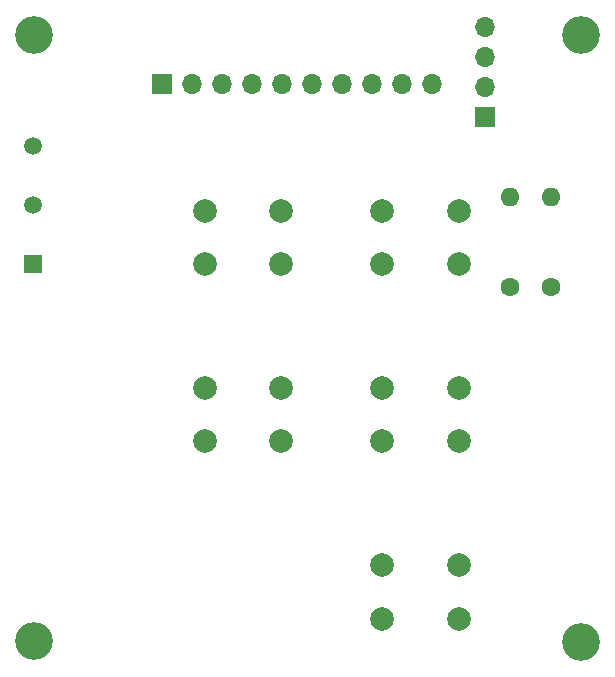
<source format=gbr>
%TF.GenerationSoftware,KiCad,Pcbnew,8.0.5*%
%TF.CreationDate,2024-11-14T11:30:09+01:00*%
%TF.ProjectId,LCD_PCB,4c43445f-5043-4422-9e6b-696361645f70,rev?*%
%TF.SameCoordinates,Original*%
%TF.FileFunction,Soldermask,Bot*%
%TF.FilePolarity,Negative*%
%FSLAX46Y46*%
G04 Gerber Fmt 4.6, Leading zero omitted, Abs format (unit mm)*
G04 Created by KiCad (PCBNEW 8.0.5) date 2024-11-14 11:30:09*
%MOMM*%
%LPD*%
G01*
G04 APERTURE LIST*
%ADD10C,2.000000*%
%ADD11C,1.600000*%
%ADD12O,1.600000X1.600000*%
%ADD13C,3.200000*%
%ADD14R,1.500000X1.500000*%
%ADD15C,1.500000*%
%ADD16R,1.700000X1.700000*%
%ADD17O,1.700000X1.700000*%
G04 APERTURE END LIST*
D10*
%TO.C,SW1*%
X123500000Y-81500000D03*
X130000000Y-81500000D03*
X123500000Y-86000000D03*
X130000000Y-86000000D03*
%TD*%
%TO.C,SW2*%
X123500000Y-51500000D03*
X130000000Y-51500000D03*
X123500000Y-56000000D03*
X130000000Y-56000000D03*
%TD*%
D11*
%TO.C,R1*%
X134340000Y-57900000D03*
D12*
X134340000Y-50280000D03*
%TD*%
D13*
%TO.C,H1*%
X94013351Y-36613351D03*
%TD*%
D11*
%TO.C,R2*%
X137800000Y-57910000D03*
D12*
X137800000Y-50290000D03*
%TD*%
D14*
%TO.C,RV1*%
X94000000Y-56000000D03*
D15*
X94000000Y-51000000D03*
X94000000Y-46000000D03*
%TD*%
D13*
%TO.C,H3*%
X94063351Y-87936649D03*
%TD*%
D10*
%TO.C,SW3*%
X123500000Y-66500000D03*
X130000000Y-66500000D03*
X123500000Y-71000000D03*
X130000000Y-71000000D03*
%TD*%
D13*
%TO.C,H4*%
X140386649Y-87986649D03*
%TD*%
%TO.C,H2*%
X140386649Y-36613351D03*
%TD*%
D10*
%TO.C,SW5*%
X108500000Y-66500000D03*
X115000000Y-66500000D03*
X108500000Y-71000000D03*
X115000000Y-71000000D03*
%TD*%
%TO.C,SW4*%
X108500000Y-51500000D03*
X115000000Y-51500000D03*
X108500000Y-56000000D03*
X115000000Y-56000000D03*
%TD*%
D16*
%TO.C,J1*%
X132200000Y-43550000D03*
D17*
X132200000Y-41010000D03*
X132200000Y-38470000D03*
X132200000Y-35930000D03*
%TD*%
D16*
%TO.C,J2*%
X104920000Y-40750000D03*
D17*
X107460000Y-40750000D03*
X110000000Y-40750000D03*
X112540000Y-40750000D03*
X115080000Y-40750000D03*
X117620000Y-40750000D03*
X120160000Y-40750000D03*
X122700000Y-40750000D03*
X125240000Y-40750000D03*
X127780000Y-40750000D03*
%TD*%
M02*

</source>
